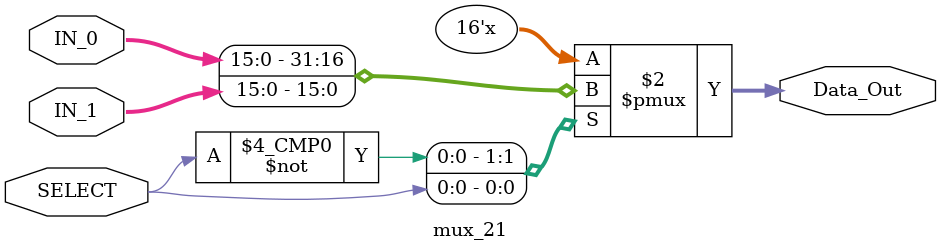
<source format=sv>
module mux_21(input logic [15:0] IN_0, IN_1, 
				  input logic SELECT,
				  output logic [15:0] Data_Out);

	always_comb
	begin
		case(SELECT)
			1'b0: Data_Out = IN_0;
			1'b1: Data_Out = IN_1;
		endcase
	
	end
endmodule
</source>
